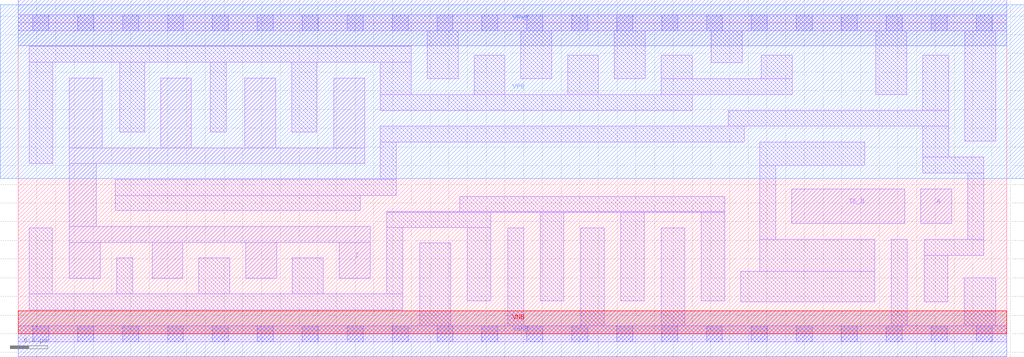
<source format=lef>
# Copyright 2020 The SkyWater PDK Authors
#
# Licensed under the Apache License, Version 2.0 (the "License");
# you may not use this file except in compliance with the License.
# You may obtain a copy of the License at
#
#     https://www.apache.org/licenses/LICENSE-2.0
#
# Unless required by applicable law or agreed to in writing, software
# distributed under the License is distributed on an "AS IS" BASIS,
# WITHOUT WARRANTIES OR CONDITIONS OF ANY KIND, either express or implied.
# See the License for the specific language governing permissions and
# limitations under the License.
#
# SPDX-License-Identifier: Apache-2.0

VERSION 5.7 ;
  NOWIREEXTENSIONATPIN ON ;
  DIVIDERCHAR "/" ;
  BUSBITCHARS "[]" ;
MACRO sky130_fd_sc_ls__ebufn_8
  CLASS CORE ;
  FOREIGN sky130_fd_sc_ls__ebufn_8 ;
  ORIGIN  0.000000  0.000000 ;
  SIZE  10.56000 BY  3.330000 ;
  SYMMETRY X Y ;
  SITE unit ;
  PIN A
    ANTENNAGATEAREA  0.558000 ;
    DIRECTION INPUT ;
    USE SIGNAL ;
    PORT
      LAYER li1 ;
        RECT 9.645000 1.180000 9.975000 1.550000 ;
    END
  END A
  PIN TE_B
    ANTENNAGATEAREA  1.623000 ;
    DIRECTION INPUT ;
    USE SIGNAL ;
    PORT
      LAYER li1 ;
        RECT 8.265000 1.180000 9.475000 1.550000 ;
    END
  END TE_B
  PIN Z
    ANTENNADIFFAREA  2.360500 ;
    DIRECTION OUTPUT ;
    USE SIGNAL ;
    PORT
      LAYER li1 ;
        RECT 0.545000 0.595000 0.875000 0.980000 ;
        RECT 0.545000 0.980000 3.760000 1.150000 ;
        RECT 0.545000 1.150000 0.835000 1.820000 ;
        RECT 0.545000 1.820000 3.700000 1.990000 ;
        RECT 0.545000 1.990000 0.900000 2.735000 ;
        RECT 1.430000 0.595000 1.760000 0.980000 ;
        RECT 1.520000 1.990000 1.850000 2.735000 ;
        RECT 2.420000 1.990000 2.750000 2.735000 ;
        RECT 2.430000 0.595000 2.760000 0.980000 ;
        RECT 3.370000 1.990000 3.700000 2.735000 ;
        RECT 3.430000 0.595000 3.760000 0.980000 ;
    END
  END Z
  PIN VGND
    DIRECTION INOUT ;
    SHAPE ABUTMENT ;
    USE GROUND ;
    PORT
      LAYER met1 ;
        RECT 0.000000 -0.245000 10.560000 0.245000 ;
    END
  END VGND
  PIN VNB
    DIRECTION INOUT ;
    USE GROUND ;
    PORT
      LAYER pwell ;
        RECT 0.000000 0.000000 10.560000 0.245000 ;
    END
  END VNB
  PIN VPB
    DIRECTION INOUT ;
    USE POWER ;
    PORT
      LAYER nwell ;
        RECT -0.190000 1.660000 10.750000 3.520000 ;
    END
  END VPB
  PIN VPWR
    DIRECTION INOUT ;
    SHAPE ABUTMENT ;
    USE POWER ;
    PORT
      LAYER met1 ;
        RECT 0.000000 3.085000 10.560000 3.575000 ;
    END
  END VPWR
  OBS
    LAYER li1 ;
      RECT  0.000000 -0.085000 10.560000 0.085000 ;
      RECT  0.000000  3.245000 10.560000 3.415000 ;
      RECT  0.115000  0.255000  4.110000 0.425000 ;
      RECT  0.115000  0.425000  0.365000 1.130000 ;
      RECT  0.120000  1.820000  0.370000 2.905000 ;
      RECT  0.120000  2.905000  4.200000 3.075000 ;
      RECT  1.035000  1.320000  3.655000 1.480000 ;
      RECT  1.035000  1.480000  4.040000 1.650000 ;
      RECT  1.055000  0.425000  1.225000 0.810000 ;
      RECT  1.085000  2.160000  1.350000 2.905000 ;
      RECT  1.930000  0.425000  2.260000 0.810000 ;
      RECT  2.050000  2.160000  2.220000 2.905000 ;
      RECT  2.920000  2.160000  3.190000 2.905000 ;
      RECT  2.930000  0.425000  3.260000 0.810000 ;
      RECT  3.870000  1.650000  4.040000 2.050000 ;
      RECT  3.870000  2.050000  7.755000 2.220000 ;
      RECT  3.870000  2.390000  7.200000 2.560000 ;
      RECT  3.870000  2.560000  4.200000 2.905000 ;
      RECT  3.940000  0.425000  4.110000 1.140000 ;
      RECT  3.940000  1.140000  5.050000 1.300000 ;
      RECT  3.940000  1.300000  7.550000 1.310000 ;
      RECT  4.290000  0.085000  4.620000 0.970000 ;
      RECT  4.370000  2.730000  4.700000 3.245000 ;
      RECT  4.720000  1.310000  7.550000 1.470000 ;
      RECT  4.800000  0.350000  5.050000 1.140000 ;
      RECT  4.870000  2.560000  5.200000 2.980000 ;
      RECT  5.230000  0.085000  5.400000 1.130000 ;
      RECT  5.370000  2.730000  5.700000 3.245000 ;
      RECT  5.580000  0.350000  5.830000 1.300000 ;
      RECT  5.870000  2.560000  6.200000 2.980000 ;
      RECT  6.010000  0.085000  6.260000 1.130000 ;
      RECT  6.370000  2.730000  6.700000 3.245000 ;
      RECT  6.440000  0.350000  6.690000 1.300000 ;
      RECT  6.870000  0.085000  7.120000 1.130000 ;
      RECT  6.870000  2.560000  8.270000 2.730000 ;
      RECT  6.870000  2.730000  7.200000 2.980000 ;
      RECT  7.300000  0.350000  7.550000 1.300000 ;
      RECT  7.405000  2.900000  7.735000 3.245000 ;
      RECT  7.585000  2.220000  9.945000 2.390000 ;
      RECT  7.720000  0.340000  9.150000 0.670000 ;
      RECT  7.925000  0.670000  9.150000 1.010000 ;
      RECT  7.925000  1.010000  8.095000 1.800000 ;
      RECT  7.925000  1.800000  9.045000 2.050000 ;
      RECT  7.940000  2.730000  8.270000 2.980000 ;
      RECT  9.165000  2.560000  9.495000 3.245000 ;
      RECT  9.330000  0.085000  9.500000 1.010000 ;
      RECT  9.665000  1.720000 10.315000 1.890000 ;
      RECT  9.665000  1.890000  9.945000 2.220000 ;
      RECT  9.665000  2.390000  9.945000 2.980000 ;
      RECT  9.680000  0.340000  9.930000 0.840000 ;
      RECT  9.680000  0.840000 10.315000 1.010000 ;
      RECT 10.110000  0.085000 10.445000 0.600000 ;
      RECT 10.115000  2.060000 10.445000 3.245000 ;
      RECT 10.145000  1.010000 10.315000 1.720000 ;
    LAYER mcon ;
      RECT  0.155000 -0.085000  0.325000 0.085000 ;
      RECT  0.155000  3.245000  0.325000 3.415000 ;
      RECT  0.635000 -0.085000  0.805000 0.085000 ;
      RECT  0.635000  3.245000  0.805000 3.415000 ;
      RECT  1.115000 -0.085000  1.285000 0.085000 ;
      RECT  1.115000  3.245000  1.285000 3.415000 ;
      RECT  1.595000 -0.085000  1.765000 0.085000 ;
      RECT  1.595000  3.245000  1.765000 3.415000 ;
      RECT  2.075000 -0.085000  2.245000 0.085000 ;
      RECT  2.075000  3.245000  2.245000 3.415000 ;
      RECT  2.555000 -0.085000  2.725000 0.085000 ;
      RECT  2.555000  3.245000  2.725000 3.415000 ;
      RECT  3.035000 -0.085000  3.205000 0.085000 ;
      RECT  3.035000  3.245000  3.205000 3.415000 ;
      RECT  3.515000 -0.085000  3.685000 0.085000 ;
      RECT  3.515000  3.245000  3.685000 3.415000 ;
      RECT  3.995000 -0.085000  4.165000 0.085000 ;
      RECT  3.995000  3.245000  4.165000 3.415000 ;
      RECT  4.475000 -0.085000  4.645000 0.085000 ;
      RECT  4.475000  3.245000  4.645000 3.415000 ;
      RECT  4.955000 -0.085000  5.125000 0.085000 ;
      RECT  4.955000  3.245000  5.125000 3.415000 ;
      RECT  5.435000 -0.085000  5.605000 0.085000 ;
      RECT  5.435000  3.245000  5.605000 3.415000 ;
      RECT  5.915000 -0.085000  6.085000 0.085000 ;
      RECT  5.915000  3.245000  6.085000 3.415000 ;
      RECT  6.395000 -0.085000  6.565000 0.085000 ;
      RECT  6.395000  3.245000  6.565000 3.415000 ;
      RECT  6.875000 -0.085000  7.045000 0.085000 ;
      RECT  6.875000  3.245000  7.045000 3.415000 ;
      RECT  7.355000 -0.085000  7.525000 0.085000 ;
      RECT  7.355000  3.245000  7.525000 3.415000 ;
      RECT  7.835000 -0.085000  8.005000 0.085000 ;
      RECT  7.835000  3.245000  8.005000 3.415000 ;
      RECT  8.315000 -0.085000  8.485000 0.085000 ;
      RECT  8.315000  3.245000  8.485000 3.415000 ;
      RECT  8.795000 -0.085000  8.965000 0.085000 ;
      RECT  8.795000  3.245000  8.965000 3.415000 ;
      RECT  9.275000 -0.085000  9.445000 0.085000 ;
      RECT  9.275000  3.245000  9.445000 3.415000 ;
      RECT  9.755000 -0.085000  9.925000 0.085000 ;
      RECT  9.755000  3.245000  9.925000 3.415000 ;
      RECT 10.235000 -0.085000 10.405000 0.085000 ;
      RECT 10.235000  3.245000 10.405000 3.415000 ;
  END
END sky130_fd_sc_ls__ebufn_8
END LIBRARY

</source>
